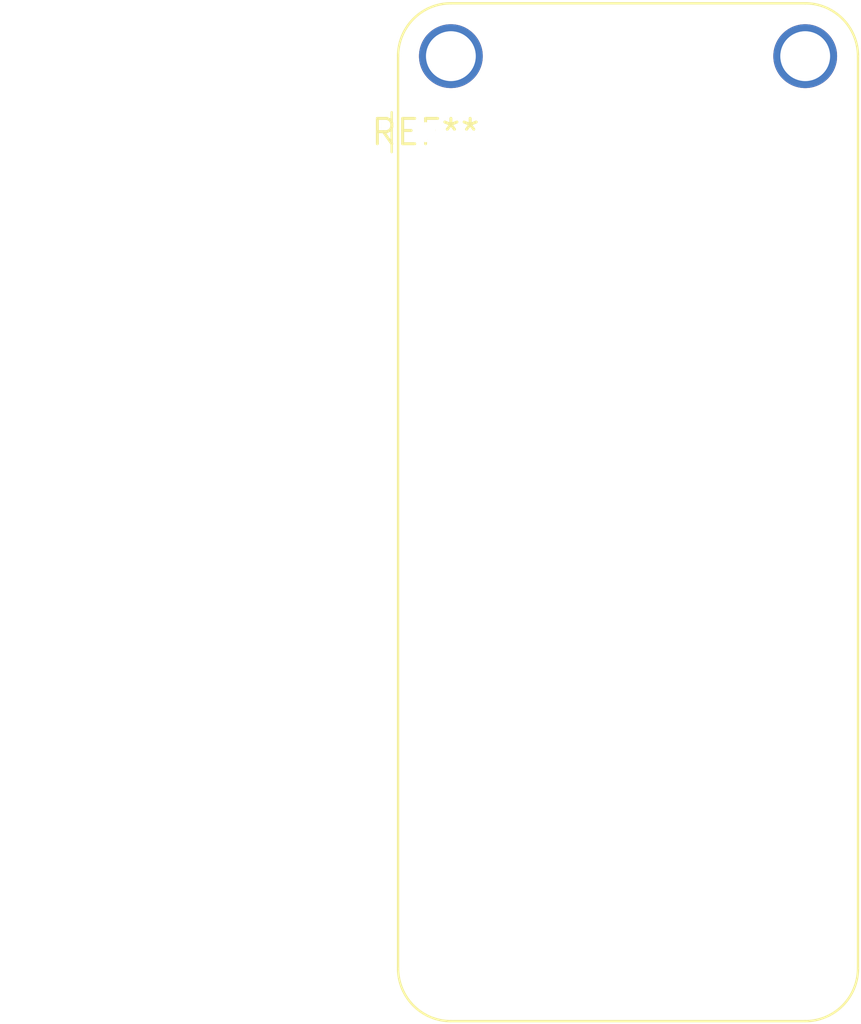
<source format=kicad_pcb>
(kicad_pcb (version 20240108) (generator pcbnew)
  (layers (0 "F.Cu" signal) (31 "B.Cu" signal) (34 "B.Paste" user) (35 "F.Paste" user) (36 "B.SilkS" user "B.Silkscreen") (37 "F.SilkS" user "F.Silkscreen") (38 "B.Mask" user) (39 "F.Mask" user) (44 "Edge.Cuts" user))
  (net 0 "")
  (footprint "Adafruit_Feather_M0_RFM_WithMountingHoles" (layer "F.Cu") (at 0 0)
    (property "Reference" "REF**")
    (property "Value" "Adafruit_Feather_M0_RFM_WithMountingHoles")
    (fp_line (start -1.7 1) (end -1.7 -1) (layer "F.SilkS") (stroke (width 0.12)))
    (fp_line (start -1.38 -3.81) (end -1.38 41.91) (layer "F.SilkS") (stroke (width 0.12)))
    (fp_line (start 19.05 -6.46) (end 1.27 -6.46) (layer "F.SilkS") (stroke (width 0.12)))
    (fp_line (start 19.05 44.56) (end 1.27 44.56) (layer "F.SilkS") (stroke (width 0.12)))
    (fp_line (start 21.7 -3.81) (end 21.7 41.91) (layer "F.SilkS") (stroke (width 0.12)))
    (fp_arc (start -1.38 -3.81) (mid -0.603833 -5.683833) (end 1.27 -6.46) (layer "F.SilkS") (stroke (width 0.12)))
    (fp_arc (start 1.27 44.56) (mid -0.603833 43.783833) (end -1.38 41.91) (layer "F.SilkS") (stroke (width 0.12)))
    (fp_arc (start 19.05 -6.46) (mid 20.923833 -5.683833) (end 21.7 -3.81) (layer "F.SilkS") (stroke (width 0.12)))
    (fp_arc (start 21.7 41.91) (mid 20.923833 43.783833) (end 19.05 44.56) (layer "F.SilkS") (stroke (width 0.12)))
    (pad "" np_thru_hole circle (at 1.27 -3.81 270) (size 3.2 3.2) (drill 2.5) (layers *.Cu *.Mask))
    (pad "" np_thru_hole circle (at 1.27 41.91 270) (size 2.54 2.54) (drill 2.54) (layers *.Cu *.Mask))
    (pad "" np_thru_hole circle (at 19.05 -3.81 270) (size 3.2 3.2) (drill 2.5) (layers *.Cu *.Mask))
    (pad "" np_thru_hole circle (at 19.05 41.91 270) (size 2.54 2.54) (drill 2.54) (layers *.Cu *.Mask))
    (pad "1" thru_hole roundrect (at 0 0) (size 2.6 1.6) (drill 1 (offset 0.3 0)) (layers *.Cu *.Mask) (remove_unused_layers) (roundrect_rratio 0.15625))
    (pad "2" thru_hole oval (at 0 2.54) (size 2.6 1.6) (drill 1 (offset 0.3 0)) (layers *.Cu *.Mask) (remove_unused_layers))
    (pad "3" thru_hole oval (at 0 5.08) (size 2.6 1.6) (drill 1 (offset 0.3 0)) (layers *.Cu *.Mask) (remove_unused_layers))
    (pad "4" thru_hole oval (at 0 7.62) (size 2.6 1.6) (drill 1 (offset 0.3 0)) (layers *.Cu *.Mask) (remove_unused_layers))
    (pad "5" thru_hole oval (at 0 10.16) (size 2.6 1.6) (drill 1 (offset 0.3 0)) (layers *.Cu *.Mask) (remove_unused_layers))
    (pad "6" thru_hole oval (at 0 12.7) (size 2.6 1.6) (drill 1 (offset 0.3 0)) (layers *.Cu *.Mask) (remove_unused_layers))
    (pad "7" thru_hole oval (at 0 15.24) (size 2.6 1.6) (drill 1 (offset 0.3 0)) (layers *.Cu *.Mask) (remove_unused_layers))
    (pad "8" thru_hole oval (at 0 17.78) (size 2.6 1.6) (drill 1 (offset 0.3 0)) (layers *.Cu *.Mask) (remove_unused_layers))
    (pad "9" thru_hole oval (at 0 20.32) (size 2.6 1.6) (drill 1 (offset 0.3 0)) (layers *.Cu *.Mask) (remove_unused_layers))
    (pad "10" thru_hole oval (at 0 22.86) (size 2.6 1.6) (drill 1 (offset 0.3 0)) (layers *.Cu *.Mask) (remove_unused_layers))
    (pad "11" thru_hole oval (at 0 25.4) (size 2.6 1.6) (drill 1 (offset 0.3 0)) (layers *.Cu *.Mask) (remove_unused_layers))
    (pad "12" thru_hole oval (at 0 27.94) (size 2.6 1.6) (drill 1 (offset 0.3 0)) (layers *.Cu *.Mask) (remove_unused_layers))
    (pad "13" thru_hole oval (at 0 30.48) (size 2.6 1.6) (drill 1 (offset 0.3 0)) (layers *.Cu *.Mask) (remove_unused_layers))
    (pad "14" thru_hole oval (at 0 33.02) (size 2.6 1.6) (drill 1 (offset 0.3 0)) (layers *.Cu *.Mask) (remove_unused_layers))
    (pad "15" thru_hole oval (at 0 35.56) (size 2.6 1.6) (drill 1 (offset 0.3 0)) (layers *.Cu *.Mask) (remove_unused_layers))
    (pad "16" thru_hole oval (at 0 38.1) (size 2.6 1.6) (drill 1 (offset 0.3 0)) (layers *.Cu *.Mask) (remove_unused_layers))
    (pad "17" thru_hole oval (at 20.32 38.1 180) (size 2.6 1.6) (drill 1 (offset 0.3 0)) (layers *.Cu *.Mask) (remove_unused_layers))
    (pad "18" thru_hole oval (at 20.32 35.56 180) (size 2.6 1.6) (drill 1 (offset 0.3 0)) (layers *.Cu *.Mask) (remove_unused_layers))
    (pad "19" thru_hole oval (at 20.32 33.02 180) (size 2.6 1.6) (drill 1 (offset 0.3 0)) (layers *.Cu *.Mask) (remove_unused_layers))
    (pad "20" thru_hole oval (at 20.32 30.48 180) (size 2.6 1.6) (drill 1 (offset 0.3 0)) (layers *.Cu *.Mask) (remove_unused_layers))
    (pad "21" thru_hole oval (at 20.32 27.94 180) (size 2.6 1.6) (drill 1 (offset 0.3 0)) (layers *.Cu *.Mask) (remove_unused_layers))
    (pad "22" thru_hole oval (at 20.32 25.4 180) (size 2.6 1.6) (drill 1 (offset 0.3 0)) (layers *.Cu *.Mask) (remove_unused_layers))
    (pad "23" thru_hole oval (at 20.32 22.86 180) (size 2.6 1.6) (drill 1 (offset 0.3 0)) (layers *.Cu *.Mask) (remove_unused_layers))
    (pad "24" thru_hole oval (at 20.32 20.32 180) (size 2.6 1.6) (drill 1 (offset 0.3 0)) (layers *.Cu *.Mask) (remove_unused_layers))
    (pad "25" thru_hole oval (at 20.32 17.78 180) (size 2.6 1.6) (drill 1 (offset 0.3 0)) (layers *.Cu *.Mask) (remove_unused_layers))
    (pad "26" thru_hole oval (at 20.32 15.24 180) (size 2.6 1.6) (drill 1 (offset 0.3 0)) (layers *.Cu *.Mask) (remove_unused_layers))
    (pad "27" thru_hole oval (at 20.32 12.7 180) (size 2.6 1.6) (drill 1 (offset 0.3 0)) (layers *.Cu *.Mask) (remove_unused_layers))
    (pad "28" thru_hole oval (at 20.32 10.16 180) (size 2.6 1.6) (drill 1 (offset 0.3 0)) (layers *.Cu *.Mask) (remove_unused_layers))
    (pad "29" thru_hole oval (at 3.81 43.18 90) (size 2.6 1.6) (drill 1 (offset 0.3 0)) (layers *.Cu *.Mask) (remove_unused_layers))
    (pad "30" thru_hole oval (at 11.43 43.18 90) (size 2.6 1.6) (drill 1 (offset 0.3 0)) (layers *.Cu *.Mask) (remove_unused_layers))
    (pad "31" thru_hole oval (at 13.97 43.18 90) (size 2.6 1.6) (drill 1 (offset 0.3 0)) (layers *.Cu *.Mask) (remove_unused_layers))
    (pad "32" thru_hole oval (at 16.51 43.18 90) (size 2.6 1.6) (drill 1 (offset 0.3 0)) (layers *.Cu *.Mask) (remove_unused_layers))
  )
)
</source>
